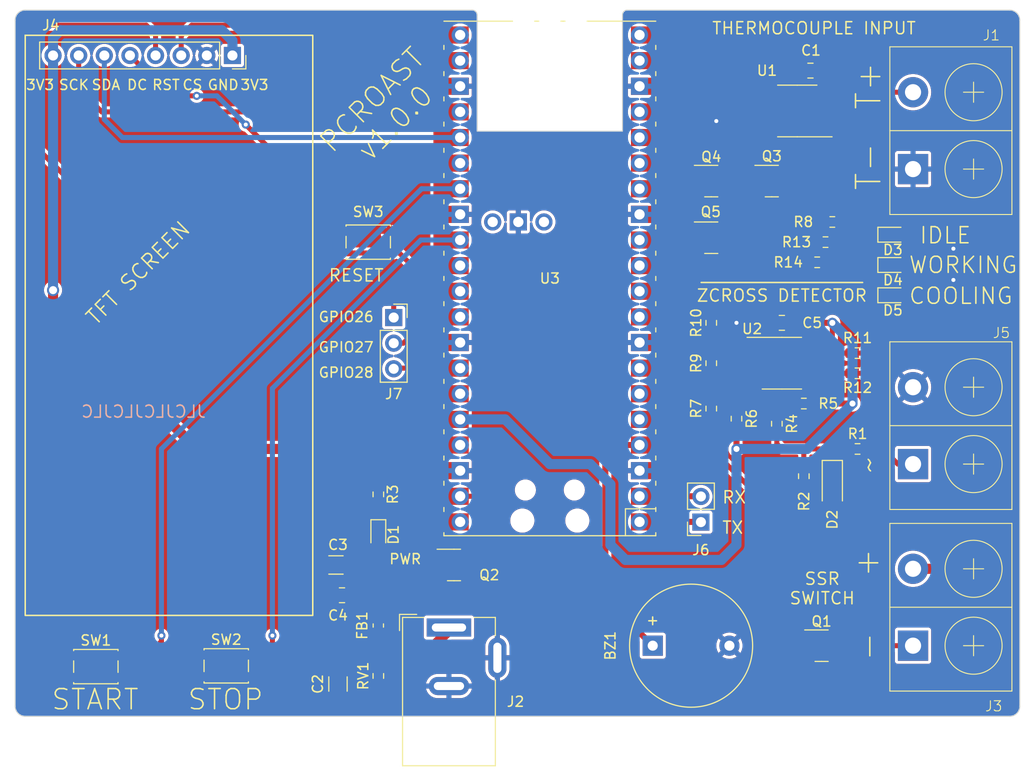
<source format=kicad_pcb>
(kicad_pcb (version 20221018) (generator pcbnew)
  (layers (0 "F.Cu" signal) (1 "In1.Cu" signal) (2 "In2.Cu" signal) (31 "B.Cu" signal) (34 "B.Paste" user) (35 "F.Paste" user) (36 "B.SilkS" user "B.Silkscreen") (37 "F.SilkS" user "F.Silkscreen") (38 "B.Mask" user) (39 "F.Mask" user) (44 "Edge.Cuts" user))
  (net 0 "")
  (net 1 "/BUZZER")
  (net 2 "GND")
  (net 3 "/STOP_BTN")
  (net 4 "+5V")
  (net 5 "/RUN")
  (net 6 "/TX")
  (net 7 "/RX")
  (net 8 "/SPI1_6675_MISO")
  (net 9 "/SPI1_6675_CS")
  (net 10 "/SPI1_6675_SCK")
  (net 11 "/SPI0_TFT_CS")
  (net 12 "/VIN")
  (net 13 "/START_BTN")
  (net 14 "/SPI0_TFT_SCK")
  (net 15 "/SPI0_TFT_MOSI")
  (net 16 "/TFT_DC")
  (net 17 "+3.3V")
  (net 20 "/T+")
  (net 21 "Net-(Q3-D)")
  (net 22 "/VBUS")
  (net 23 "/LED_COOLING")
  (net 24 "/LED_WORKING")
  (net 25 "/LED_IDLE")
  (net 26 "Net-(Q4-D)")
  (net 27 "/SSR_CTRL")
  (net 28 "/SSR_MOSFET_GND")
  (net 29 "VAC")
  (net 30 "/VSYS")
  (net 31 "/ONR")
  (net 32 "/GPIO26")
  (net 33 "/GPIO27")
  (net 34 "/GPIO28")
  (net 35 "/VACATT")
  (net 36 "/DETIN")
  (net 37 "/DETREF")
  (net 38 "/DETOUT")
  (net 39 "/IDLR")
  (net 40 "/NUSED-")
  (net 41 "/NUSED+")
  (net 42 "/WRKR")
  (net 43 "/COLR")
  (net 44 "Net-(Q5-D)")
  (footprint "LED_SMD:LED_0603_1608Metric" (layer "F.Cu") (at 183 74.265)
    (fp_text reference "D3")
    (fp_text value "LED" hide)
  )
  (footprint "Diode_SMD:D_SOD-123" (layer "F.Cu") (at 177 99 -90)
    (fp_text reference "D2")
    (fp_text value "1N5819WS" hide)
  )
  (footprint "Resistor_SMD:R_0603_1608Metric" (layer "F.Cu") (at 177 73 180)
    (fp_text reference "R8")
    (fp_text value "1k" hide)
  )
  (footprint "LED_SMD:LED_0603_1608Metric" (layer "F.Cu") (at 183 80.265)
    (fp_text reference "D5")
    (fp_text value "LED" hide)
  )
  (footprint "Resistor_SMD:R_0603_1608Metric" (layer "F.Cu") (at 132 100 -90)
    (fp_text reference "R3")
    (fp_text value "1k" hide)
  )
  (footprint "Button_Switch_SMD:SW_SPST_PTS810" (layer "F.Cu") (at 116.925 117)
    (fp_text reference "SW2")
    (fp_text value "SW_Push" hide)
  )
  (footprint "Resistor_SMD:R_0603_1608Metric" (layer "F.Cu") (at 179.5 86 180)
    (fp_text reference "R11")
    (fp_text value "10k" hide)
  )
  (footprint "Capacitor_SMD:C_0805_2012Metric" (layer "F.Cu") (at 128.4 110 180)
    (fp_text reference "C4")
    (fp_text value "0.1u" hide)
  )
  (footprint "pcrap:RPi_PicoW_SMD_TH" (layer "F.Cu") (at 149 78.6 180)
    (fp_text reference "U3")
    (fp_text value "PicoW")
  )
  (footprint "Package_TO_SOT_SMD:SOT-23" (layer "F.Cu") (at 171 68.95)
    (fp_text reference "Q3")
    (fp_text value "IRLML2502" hide)
  )
  (footprint "Package_TO_SOT_SMD:SOT-23" (layer "F.Cu") (at 165 74.5625)
    (fp_text reference "Q5")
    (fp_text value "IRLML2502" hide)
  )
  (footprint "pcrap:KF7.62" (layer "F.Cu") (at 185 64.76 90)
    (fp_text reference "J1")
    (fp_text value "Screw_Terminal_01x02" hide)
  )
  (footprint "Capacitor_SMD:C_1206_3216Metric" (layer "F.Cu") (at 127.8 107 180)
    (fp_text reference "C3")
    (fp_text value "1u" hide)
  )
  (footprint "Button_Switch_SMD:SW_SPST_PTS810" (layer "F.Cu") (at 131 75 180)
    (fp_text reference "SW3")
    (fp_text value "SW_Push" hide)
  )
  (footprint "Buzzer_Beeper:Buzzer_12x9.5RM7.6" (layer "F.Cu") (at 159.2 115)
    (fp_text reference "BZ1")
    (fp_text value "Buzzer" hide)
  )
  (footprint "Package_TO_SOT_SMD:SOT-23" (layer "F.Cu") (at 175.9375 115)
    (fp_text reference "Q1")
    (fp_text value "IRLML2502" hide)
  )
  (footprint "Resistor_SMD:R_0603_1608Metric" (layer "F.Cu") (at 165 83 90)
    (fp_text reference "R10")
    (fp_text value "10k" hide)
  )
  (footprint "pcrap:KF7.62" (layer "F.Cu") (at 185 94 90)
    (fp_text reference "J5")
    (fp_text value "Screw_Terminal_01x02")
  )
  (footprint "Resistor_SMD:R_0603_1608Metric" (layer "F.Cu") (at 171.5 93 -90)
    (fp_text reference "R4")
    (fp_text value "6.8k" hide)
  )
  (footprint "pcrap:KF7.62" (layer "F.Cu") (at 185 112 90)
    (fp_text reference "J3")
    (fp_text value "Screw_Terminal_01x02")
  )
  (footprint "Button_Switch_SMD:SW_SPST_PTS810" (layer "F.Cu") (at 104 117.075)
    (fp_text reference "SW1")
    (fp_text value "SW_Push" hide)
  )
  (footprint "Package_TO_SOT_SMD:SOT-23" (layer "F.Cu") (at 139.5 107)
    (fp_text reference "Q2")
    (fp_text value "FDN340P" hide)
  )
  (footprint "Resistor_SMD:R_0603_1608Metric" (layer "F.Cu") (at 175.5 77 180)
    (fp_text reference "R14")
    (fp_text value "1k" hide)
  )
  (footprint "Resistor_SMD:R_0603_1608Metric" (layer "F.Cu") (at 176.325 75 180)
    (fp_text reference "R13")
    (fp_text value "1k" hide)
  )
  (footprint "Resistor_SMD:R_0603_1608Metric" (layer "F.Cu") (at 132 118 -90)
    (fp_text reference "RV1")
    (fp_text value "V55MLA0603LNR" hide)
  )
  (footprint "Connector_PinSocket_2.54mm:PinSocket_1x02_P2.54mm_Vertical" (layer "F.Cu") (at 163.975 102.75 180)
    (fp_text reference "J6")
    (fp_text value "Conn_01x02_Pin" hide)
  )
  (footprint "Resistor_SMD:R_0603_1608Metric" (layer "F.Cu") (at 179.5 88 180)
    (fp_text reference "R12")
    (fp_text value "10k" hide)
  )
  (footprint "Connector_BarrelJack:BarrelJack_Wuerth_6941xx301002" (layer "F.Cu") (at 139 113.2)
    (fp_text reference "J2")
    (fp_text value "Barrel_Jack_Switch" hide)
  )
  (footprint "LED_SMD:LED_0603_1608Metric" (layer "F.Cu") (at 183 77.265)
    (fp_text reference "D4")
    (fp_text value "LED" hide)
  )
  (footprint "Connector_PinSocket_2.54mm:PinSocket_1x03_P2.54mm_Vertical" (layer "F.Cu") (at 133.525 82.475)
    (fp_text reference "J7")
    (fp_text value "Conn_01x03_Pin" hide)
  )
  (footprint "Resistor_SMD:R_0603_1608Metric" (layer "F.Cu") (at 174.175 98.2 90)
    (fp_text reference "R2")
    (fp_text value "2.7k" hide)
  )
  (footprint "Resistor_SMD:R_0603_1608Metric" (layer "F.Cu") (at 165 91.5 -90)
    (fp_text reference "R7")
    (fp_text value "15k" hide)
  )
  (footprint "Resistor_SMD:R_0603_1608Metric" (layer "F.Cu") (at 167.5 92.5 90)
    (fp_text reference "R6")
    (fp_text value "220k" hide)
  )
  (footprint "Resistor_SMD:R_0603_1608Metric" (layer "F.Cu") (at 174.175 91 180)
    (fp_text reference "R5")
    (fp_text value "220k" hide)
  )
  (footprint "Package_SO:SOIC-8_3.9x4.9mm_P1.27mm" (layer "F.Cu") (at 173.525 62 180)
    (fp_text reference "U1")
    (fp_text value "MAX6675" hide)
  )
  (footprint "Capacitor_SMD:C_1206_3216Metric" (layer "F.Cu") (at 128 118.8 -90)
    (fp_text reference "C2")
    (fp_text value "1u" hide)
  )
  (footprint "Capacitor_SMD:C_0805_2012Metric" (layer "F.Cu") (at 172 83 180)
    (fp_text reference "C5")
    (fp_text value "0.1u" hide)
  )
  (footprint "Capacitor_SMD:C_0805_2012Metric" (layer "F.Cu") (at 174.8309 58 180)
    (fp_text reference "C1")
    (fp_text value "0.1u" hide)
  )
  (footprint "Inductor_SMD:L_0603_1608Metric" (layer "F.Cu") (at 132 113 -90)
    (fp_text reference "FB1")
    (fp_text value "220@100MHz" hide)
  )
  (footprint "Resistor_SMD:R_0603_1608Metric" (layer "F.Cu") (at 165 87 -90)
    (fp_text reference "R9")
    (fp_text value "10MEG" hide)
  )
  (footprint "Connector_PinSocket_2.54mm:PinSocket_1x08_P2.54mm_Vertical" (layer "F.Cu") (at 117.54 56.5 -90)
    (fp_text reference "J4")
    (fp_text value "Conn_01x08_Pin")
  )
  (footprint "LED_SMD:LED_0603_1608Metric" (layer "F.Cu") (at 132 104 -90)
    (fp_text reference "D1")
    (fp_text value "LED" hide)
  )
  (footprint "Package_SO:SOIC-8_3.9x4.9mm_P1.27mm" (layer "F.Cu") (at 172 87)
    (fp_text reference "U2")
    (fp_text value "LM393" hide)
  )
  (footprint "Resistor_SMD:R_0603_1608Metric" (layer "F.Cu") (at 179.5 95.5 180)
    (fp_text reference "R1")
    (fp_text value "8.2k" hide)
  )
  (footprint "Package_TO_SOT_SMD:SOT-23" (layer "F.Cu") (at 165 68.95)
    (fp_text reference "Q4")
    (fp_text value "IRLML2502" hide)
  )
  (gr_line (start 164 79) (end 180 79) (stroke (width 0.15)) (layer "F.SilkS"))
  (gr_rect (start 97 54.5) (end 125.5 112) (stroke (width 0.15)) (fill none) (layer "F.SilkS"))
  (gr_line (start 97 52) (end 141.3 52) (stroke (width 0.1)) (layer "Edge.Cuts"))
  (gr_line (start 156.2 52.5) (end 156.2 64) (stroke (width 0.1)) (layer "Edge.Cuts"))
  (gr_line (start 195.5841 53) (end 195.5841 121) (stroke (width 0.1)) (layer "Edge.Cuts"))
  (gr_arc (start 141.3 52) (mid 141.653553 52.146447) (end 141.8 52.5) (stroke (width 0.1)) (layer "Edge.Cuts"))
  (gr_arc (start 96 53) (mid 96.292893 52.292893) (end 97 52) (stroke (width 0.1)) (layer "Edge.Cuts"))
  (gr_line (start 156.653553 52) (end 194.5841 52) (stroke (width 0.1)) (layer "Edge.Cuts"))
  (gr_arc (start 195.5841 121) (mid 195.291207 121.707107) (end 194.5841 122) (stroke (width 0.1)) (layer "Edge.Cuts"))
  (gr_arc (start 156.2 52.5) (mid 156.323231 52.156074) (end 156.653553 52) (stroke (width 0.1)) (layer "Edge.Cuts"))
  (gr_arc (start 194.5841 52) (mid 195.291207 52.292893) (end 195.5841 53) (stroke (width 0.1)) (layer "Edge.Cuts"))
  (gr_arc (start 97 122) (mid 96.292893 121.707107) (end 96 121) (stroke (width 0.1)) (layer "Edge.Cuts"))
  (gr_line (start 156.2 64) (end 141.8 64) (stroke (width 0.1)) (layer "Edge.Cuts"))
  (gr_line (start 141.8 64) (end 141.8 52.5) (stroke (width 0.1)) (layer "Edge.Cuts"))
  (gr_line (start 96 53) (end 96 121) (stroke (width 0.1)) (layer "Edge.Cuts"))
  (gr_line (start 97 122) (end 194.5841 122) (stroke (width 0.1)) (layer "Edge.Cuts"))
  (gr_text "JLCJLCJLCJLC" (at 115 92.5) (layer "B.SilkS") (effects (font (size 1.2 1.2)) (justify left bottom mirror)))
  (gr_text "PWR" (at 133 107) (layer "F.SilkS") (effects (font (size 1 1)) (justify left bottom)))
  (gr_text "-" (at 179.5 113.5 270) (layer "F.SilkS") (effects (font (size 2.4 2.4)) (justify left bottom)))
  (gr_text "T+\n" (at 182 62 90) (layer "F.SilkS") (effects (font (size 2.4 2.4)) (justify left bottom)))
  (gr_text "3V3" (at 118.25 60) (layer "F.SilkS") (effects (font (size 1 1)) (justify left bottom)))
  (gr_text "RESET" (at 127 79) (layer "F.SilkS") (effects (font (size 1.2 1.2)) (justify left bottom)))
  (gr_text "ZCROSS DETECTOR" (at 172 81) (layer "F.SilkS") (effects (font (size 1.2 1.2)) (justify bottom)))
  (gr_text "STOP" (at 113 121.5) (layer "F.SilkS") (effects (font (size 2 2)) (justify left bottom)))
  (gr_text "SDA" (at 103.5 60) (layer "F.SilkS") (effects (font (size 1 1)) (justify left bottom)))
  (gr_text "IDLE" (at 185.55 75.265) (layer "F.SilkS") (effects (font (size 1.6 1.6)) (justify left bottom)))
  (gr_text "+" (at 179 108) (layer "F.SilkS") (effects (font (size 2.4 2.4)) (justify left bottom)))
  (gr_text "CS" (at 112.5 60) (layer "F.SilkS") (effects (font (size 1 1)) (justify left bottom)))
  (gr_text "GPIO26" (at 126 83) (layer "F.SilkS") (effects (font (size 1 1)) (justify left bottom)))
  (gr_text "GPIO28" (at 126 88.515) (layer "F.SilkS") (effects (font (size 1 1)) (justify left bottom)))
  (gr_text "T-\n" (at 182 70 90) (layer "F.SilkS") (effects (font (size 2.4 2.4)) (justify left bottom)))
  (gr_text "~" (at 182 98 90) (layer "F.SilkS") (effects (font (size 2.4 2.4)) (justify left bottom)))
  (gr_text "3V3" (at 97 60) (layer "F.SilkS") (effects (font (size 1 1)) (justify left bottom)))
  (gr_text "RX" (at 166 101) (layer "F.SilkS") (effects (font (size 1.2 1.2)) (justify left bottom)))
  (gr_text "TX" (at 166 104) (layer "F.SilkS") (effects (font (size 1.2 1.2)) (justify left bottom)))
  (gr_text "TFT SCREEN" (at 104 83.5 45) (layer "F.SilkS") (effects (font (size 1.5 1.5)) (justify left bottom)))
  (gr_text "GPIO27" (at 126 86) (layer "F.SilkS") (effects (font (size 1 1)) (justify left bottom)))
  (gr_text "START" (at 99.5 121.5) (layer "F.SilkS") (effects (font (size 2 2)) (justify left bottom)))
  (gr_text "SCK" (at 100.25 60) (layer "F.SilkS") (effects (font (size 1 1)) (justify left bottom)))
  (gr_text "PCROAST\nv1.0.0" (at 134.5 64 45) (layer "F.SilkS") (effects (font (size 2 2)) (justify bottom)))
  (gr_text "COOLING" (at 184.5 81.265) (layer "F.SilkS") (effects (font (size 1.6 1.6)) (justify left bottom)))
  (gr_text "WORKING" (at 184.5 78.2) (layer "F.SilkS") (effects (font (size 1.6 1.6)) (justify left bottom)))
  (gr_text "RST" (at 109.5 60) (layer "F.SilkS") (effects (font (size 1 1)) (justify left bottom)))
  (gr_text "SSR\nSWITCH" (at 176 111) (layer "F.SilkS") (effects (font (size 1.2 1.2)) (justify bottom)))
  (gr_text "THERMOCOUPLE INPUT" (at 165 54.5) (layer "F.SilkS") (effects (font (size 1.2 1.2)) (justify left bottom)))
  (gr_text "GND" (at 115 60) (layer "F.SilkS") (effects (font (size 1 1)) (justify left bottom)))
  (gr_text "DC" (at 107 60) (layer "F.SilkS") (effects (font (size 1 1)) (justify left bottom)))
  (segment (start 154.5 96) (end 154.5 110.3) (width 0.6) (layer "F.Cu") (net 1))
  (segment (start 155.39 95.11) (end 154.5 96) (width 0.6) (layer "F.Cu") (net 1))
  (segment (start 157.89 95.11) (end 155.39 95.11) (width 0.6) (layer "F.Cu") (net 1))
  (segment (start 154.5 110.3) (end 159.2 115) (width 0.6) (layer "F.Cu") (net 1))
  (segment (start 185 67) (end 185 67.76) (width 0.4) (layer "F.Cu") (net 2))
  (segment (start 184.26 67.76) (end 185 67.76) (width 0.4) (layer "F.Cu") (net 2))
  (via (at 165.5 63) (size 0.8) (drill 0.4) (layers "F.Cu" "B.Cu") (net 2))
  (via (at 189 78.75) (size 0.8) (drill 0.4) (layers "F.Cu" "B.Cu") (net 2))
  (via (at 167.5 83) (size 0.8) (drill 0.4) (layers "F.Cu" "B.Cu") (net 2))
  (via (at 189 75.65) (size 0.8) (drill 0.4) (layers "F.Cu" "B.Cu") (net 2))
  (segment (start 121.5 115) (end 121.5 114) (width 0.5) (layer "F.Cu") (net 3))
  (segment (start 119 115.925) (end 120.575 115.925) (width 0.5) (layer "F.Cu") (net 3))
  (segment (start 119 115.925) (end 114.85 115.925) (width 0.5) (layer "F.Cu") (net 3))
  (segment (start 120.575 115.925) (end 121.5 115) (width 0.5) (layer "F.Cu") (net 3))
  (via (at 121.5 114) (size 0.8) (drill 0.4) (layers "F.Cu" "B.Cu") (net 3))
  (segment (start 121.5 89.5) (end 136.21 74.79) (width 0.5) (layer "B.Cu") (net 3))
  (segment (start 136.21 74.79) (end 140.11 74.79) (width 0.5) (layer "B.Cu") (net 3))
  (segment (start 121.5 114) (end 121.5 89.5) (width 0.5) (layer "B.Cu") (net 3))
  (segment (start 177.905 60.095) (end 178.5 59.5) (width 0.5) (layer "F.Cu") (net 4))
  (segment (start 194.265 74.5) (end 194.265 77) (width 1) (layer "F.Cu") (net 4))
  (segment (start 132 111.5) (end 132 111) (width 0.8) (layer "F.Cu") (net 4))
  (segment (start 178.5 58) (end 175.7809 58) (width 1) (layer "F.Cu") (net 4))
  (segment (start 180.5 56) (end 193.265 56) (width 1) (layer "F.Cu") (net 4))
  (segment (start 194.265 80) (end 194.265 80.5) (width 1) (layer "F.Cu") (net 4))
  (segment (start 194.265 118) (end 191.765 120.5) (width 1) (layer "F.Cu") (net 4))
  (segment (start 132 108) (end 132 109.5) (width 0.8) (layer "F.Cu") (net 4))
  (segment (start 194.265 80.5) (end 194.265 83) (width 1) (layer "F.Cu") (net 4))
  (segment (start 132 109.5) (end 132 110.5) (width 0.8) (layer "F.Cu") (net 4))
  (segment (start 154 120.5) (end 144 110.5) (width 1) (layer "F.Cu") (net 4))
  (segment (start 193.885 107.38) (end 194.265 107) (width 1) (layer "F.Cu") (net 4))
  (segment (start 191.765 120.5) (end 154 120.5) (width 1) (layer "F.Cu") (net 4))
  (segment (start 183.7875 80.265) (end 194.235 80.265) (width 0.6) (layer "F.Cu") (net 4))
  (segment (start 194.265 57) (end 194.265 74.5) (width 1) (layer "F.Cu") (net 4))
  (segment (start 132 112.2125) (end 132 111.5) (width 0.8) (layer "F.Cu") (net 4))
  (segment (start 132 104.7875) (end 132 107.5) (width 0.5) (layer "F.Cu") (net 4))
  (segment (start 185 107.38) (end 194.12 107.38) (width 1) (layer "F.Cu") (net 4))
  (segment (start 194 80.265) (end 194.265 80) (width 0.6) (layer "F.Cu") (net 4))
  (segment (start 131.5 107) (end 132 107.5) (width 0.8) (layer "F.Cu") (net 4))
  (segment (start 132 107.5) (end 132 108) (width 0.8) (layer "F.Cu") (net 4))
  (segment (start 194 77.265) (end 194.265 77) (width 0.6) (layer "F.Cu") (net 4))
  (segment (start 183.7875 77.265) (end 194.235 77.265) (width 0.6) (layer "F.Cu") (net 4))
  (segment (start 132.05 107.95) (end 132 108) (width 0.5) (layer "F.Cu") (net 4))
  (segment (start 194.265 92) (end 194.265 93) (width 1) (layer "F.Cu") (net 4))
  (segment (start 193.265 56) (end 194.265 57) (width 1) (layer "F.Cu") (net 4))
  (segment (start 176 60.095) (end 177.905 60.095) (width 0.5) (layer "F.Cu") (net 4))
  (segment (start 183.7875 74.265) (end 194.265 74.265) (width 0.6) (layer "F.Cu") (net 4))
  (segment (start 194.265 93) (end 194.265 107) (width 1) (layer "F.Cu") (net 4))
  (segment (start 144 110.5) (end 132 110.5) (width 1) (layer "F.Cu") (net 4))
  (segment (start 178.5 58) (end 180.5 56) (width 1) (layer "F.Cu") (net 4))
  (segment (start 194.03 80.265) (end 194.265 80.5) (width 0.6) (layer "F.Cu") (net 4))
  (segment (start 138.5625 107.95) (end 132.05 107.95) (width 0.5) (layer "F.Cu") (net 4))
  (segment (start 194.265 107) (end 194.265 118) (width 1) (layer "F.Cu") (net 4))
  (segment (start 132 110.5) (end 132 111) (width 0.8) (layer "F.Cu") (net 4))
  (segment (start 132 111) (end 131 110) (width 0.8) (layer "F.Cu") (net 4))
  (segment (start 178.5 59.5) (end 178.5 58) (width 0.5) (layer "F.Cu") (net 4))
  (segment (start 131 110) (end 129.35 110) (width 0.8) (layer "F.Cu") (net 4))
  (segment (start 129.275 107) (end 131.5 107) (width 0.8) (layer "F.Cu") (net 4))
  (segment (start 194.265 83) (end 194.265 92) (width 1) (layer "F.Cu") (net 4))
  (segment (start 194.265 77) (end 194.265 80) (width 1) (layer "F.Cu") (net 4))
  (segment (start 97 54.5) (end 97 64.5) (width 0.5) (layer "F.Cu") (net 5))
  (segment (start 135.33 77.33) (end 140.11 77.33) (width 0.5) (layer "F.Cu") (net 5))
  (segment (start 109 53.5) (end 98 53.5) (width 0.5) (layer "F.Cu") (net 5))
  (segment (start 134.075 76.075) (end 133.075 76.075) (width 0.5) (layer "F.Cu") (net 5))
  (segment (start 108.575 76.075) (end 128.925 76.075) (width 0.5) (layer "F.Cu") (net 5))
  (segment (start 98 53.5) (end 97 54.5) (width 0.5) (layer "F.Cu") (net 5))
  (segment (start 109.92 54.42) (end 109 53.5) (width 0.5) (layer "F.Cu") (net 5))
  (segment (start 109.92 56.5) (end 109.92 54.42) (width 0.5) (layer "F.Cu") (net 5))
  (segment (start 134.075 76.075) (end 135.33 77.33) (width 0.5) (layer "F.Cu") (net 5))
  (segment (start 128.925 76.075) (end 133.075 76.075) (width 0.5) (layer "F.Cu") (net 5))
  (segment (start 97 64.5) (end 108.575 76.075) (width 0.5) (layer "F.Cu") (net 5))
  (segment (start 163.955 102.73) (end 163.975 102.75) (width 0.6) (layer "F.Cu") (net 6))
  (segment (start 157.89 102.73) (end 163.955 102.73) (width 0.6) (layer "F.Cu") (net 6))
  (segment (start 163.955 100.19) (end 163.975 100.21) (width 0.6) (layer "F.Cu") (net 7))
  (segment (start 157.89 100.19) (end 163.955 100.19) (width 0.6) (layer "F.Cu") (net 7))
  (segment (start 168.865 62.635) (end 166.87 64.63) (width 0.5) (layer "F.Cu") (net 8))
  (segment (start 166.87 64.63) (end 157.89 64.63) (width 0.5) (layer "F.Cu") (net 8))
  (segment (start 171.05 62.635) (end 168.865 62.635) (width 0.5) (layer "F.Cu") (net 8))
  (segment (start 163.41 62.09) (end 157.89 62.09) (width 0.5) (layer "F.Cu") (net 9))
  (segment (start 171.05 61.365) (end 164.135 61.365) (width 0.5) (layer "F.Cu") (net 9))
  (segment (start 164.135 61.365) (end 163.41 62.09) (width 0.5) (layer "F.Cu") (net 9))
  (segment (start 171.05 60.095) (end 166.595 60.095) (width 0.5) (layer "F.Cu") (net 10))
  (segment (start 163.51 57.01) (end 157.89 57.01) (width 0.5) (layer "F.Cu") (net 10))
  (segment (start 166.595 60.095) (end 163.51 57.01) (width 0.5) (layer "F.Cu") (net 10))
  (segment (start 124.51 57.01) (end 121 53.5) (width 0.5) (layer "F.Cu") (net 11))
  (segment (start 140.11 57.01) (end 124.51 57.01) (width 0.5) (layer "F.Cu") (net 11))
  (segment (start 121 53.5) (end 113.5 53.5) (width 0.5) (layer "F.Cu") (net 11))
  (segment (start 112.46 54.54) (end 112.46 56.5) (width 0.5) (layer "F.Cu") (net 11))
  (segment (start 113.5 53.5) (end 112.46 54.54) (width 0.5) (layer "F.Cu") (net 11))
  (segment (start 128 116) (end 128.5 115.5) (width 1) (layer "F.Cu") (net 12))
  (segment (start 137 115.5) (end 132 115.5) (width 1) (layer "F.Cu") (net 12))
  (segment (start 139 113.2) (end 139 113.5) (width 1) (layer "F.Cu") (net 12))
  (segment (start 128.5 115.5) (end 132 115.5) (width 1) (layer "F.Cu") (net 12))
  (segment (start 128 117.325) (end 128 116) (width 1) (layer "F.Cu") (net 12))
  (segment (start 139 113.5) (end 137 115.5) (width 1) (layer "F.Cu") (net 12))
  (segment (start 132 113.7875) (end 132 115.5) (width 0.8) (layer "F.Cu") (net 12))
  (segment (start 132 115.5) (end 132 117.175) (width 0.8) (layer "F.Cu") (net 12))
  (segment (start 110.5 114) (end 110.5 114.575) (width 0.5) (layer "F.Cu") (net 13))
  (segment (start 106.075 116) (end 101.925 116) (width 0.5) (layer "F.Cu") (net 13))
  (segment (start 109.075 116) (end 110.5 114.575) (width 0.5) (layer "F.Cu") (net 13))
  (segment (start 106.075 116) (end 109.075 116) (width 0.5) (layer "F.Cu") (net 13))
  (via (at 110.5 114) (size 0.8) (drill 0.4) (layers "F.Cu" "B.Cu") (net 13))
  (segment (start 136.29 69.71) (end 110.5 95.5) (width 0.5) (layer "B.Cu") (net 13))
  (segment (start 110.5 95.5) (end 110.5 114) (width 0.5) (layer "B.Cu") (net 13))
  (segment (start 140.11 69.71) (end 136.29 69.71) (width 0.5) (layer "B.Cu") (net 13))
  (segment (start 104.59 62.09) (end 140.11 62.09) (width 0.5) (layer "F.Cu") (net 14))
  (segment (start 102.3 56.5) (end 102.3 59.8) (width 0.5) (layer "F.Cu") (net 14))
  (segment (start 102.3 59.8) (end 104.59 62.09) (width 0.5) (layer "F.Cu") (net 14))
  (segment (start 140.11 64.63) (end 106.63 64.63) (width 0.5) (layer "B.Cu") (net 15))
  (segment (start 104.84 62.84) (end 104.84 56.5) (width 0.5) (layer "B.Cu") (net 15))
  (segment (start 106.63 64.63) (end 104.84 62.84) (width 0.5) (layer "B.Cu") (net 15))
  (segment (start 111.38 60.5) (end 114 60.5) (width 0.5) (layer "F.Cu") (net 16))
  (segment (start 107.38 56.5) (end 111.38 60.5) (width 0.5) (layer "F.Cu") (net 16))
  (segment (start 122.67 67.17) (end 140.11 67.17) (width 0.5) (layer "F.Cu") (net 16))
  (segment (start 118.86 63.35) (end 118.86 63.36) (width 0.5) (layer "F.Cu") (net 16))
  (segment (start 118.86 63.36) (end 122.67 67.17) (width 0.5) (layer "F.Cu") (net 16))
  (via (at 118.86 63.35) (size 0.8) (drill 0.4) (layers "F.Cu" "B.Cu") (net 16))
  (via (at 114 60.5) (size 0.8) (drill 0.4) (layers "F.Cu" "B.Cu") (net 16))
  (segment (start 118.85 63.35) (end 116 60.5) (width 0.5) (layer "B.Cu") (net 16))
  (segment (start 116 60.5) (end 114 60.5) (width 0.5) (layer "B.Cu") (net 16))
  (segment (start 118.86 63.35) (end 118.85 63.35) (width 0.5) (layer "B.Cu") (net 16))
  (segment (start 99.76 81.26) (end 99.76 79.76) (width 1) (layer "F.Cu") (net 17))
  (segment (start 133 95.5) (end 114 95.5) (width 1) (layer "F.Cu") (net 17))
  (segment (start 114 95.5) (end 99.76 81.26) (width 1) (layer "F.Cu") (net 17))
  (segment (start 165.5 80.5) (end 165 81) (width 0.6) (layer "F.Cu") (net 17))
  (segment (start 140.11 92.57) (end 135.93 92.57) (width 1) (layer "F.Cu") (net 17))
  (segment (start 175 83) (end 175 82) (width 0.6) (layer "F.Cu") (net 17))
  (segment (start 135.93 92.57) (end 133 95.5) (width 1) (layer "F.Cu") (net 17))
  (segment (start 179 91) (end 175 91) (width 0.6) (layer "F.Cu") (net 17))
  (segment (start 167.5 95.5) (end 167.5 93.325) (width 0.6) (layer "F.Cu") (net 17))
  (segment (start 177 83) (end 175 83) (width 0.6) (layer "F.Cu") (net 17))
  (segment (start 174.475 85.095) (end 176.405 85.095) (width 0.5) (layer "F.Cu") (net 17))
  (segment (start 176.405 85.095) (end 177 84.5) (width 0.5) (layer "F.Cu") (net 17))
  (segment (start 165 81) (end 165 82.175) (width 0.6) (layer "F.Cu") (net 17))
  (segment (start 175 83) (end 172.95 83) (width 0.6) (layer "F.Cu") (net 17))
  (segment (start 175 82) (end 173.5 80.5) (width 0.6) (layer "F.Cu") (net 17))
  (segment (start 173.5 80.5) (end 165.5 80.5) (width 0.6) (layer "F.Cu") (net 17))
  (segment (start 177 83) (end 177 84.5) (width 0.5) (layer "F.Cu") (net 17))
  (via (at 99.76 79.76) (size 1.2) (drill 0.8) (layers "F.Cu" "B.Cu") (net 17))
  (via (at 177 83) (size 1) (drill 0.6) (layers "F.Cu" "B.Cu") (net 17))
  (via (at 179 91) (size 1) (drill 0.6) (layers "F.Cu" "B.Cu") (net 17))
  (via (at 167.5 95.5) (size 1) (drill 0.6) (layers "F.Cu" "B.Cu") (net 17))
  (segment (start 149 97) (end 153 97) (width 1) (layer "B.Cu") (net 17))
  (segment (start 179 85) (end 177 83) (width 1) (layer "B.Cu") (net 17))
  (segment (start 117.54 55.04) (end 117.54 56.5) (width 1) (layer "B.Cu") (net 17))
  (segment (start 99.76 79.76) (end 99.76 56.5) (width 1) (layer "B.Cu") (net 17))
  (segment (start 99.76 54.74) (end 100.5 54) (width 1) (layer "B.Cu") (net 17))
  (segment (start 179 91) (end 179 85) (width 1) (layer "B.Cu") (net 17))
  (segment (start 144.57 92.57) (end 149 97) (width 1) (layer "B.Cu") (net 17))
  (segment (start 99.76 56.5) (end 99.76 54.74) (width 1) (layer "B.Cu") (net 17))
  (segment (start 153 97) (end 155 99) (width 1) (layer "B.Cu") (net 17))
  (segment (start 155 99) (end 155 105) (width 1) (layer "B.Cu") (net 17))
  (segment (start 116.5 54) (end 117.54 55.04) (width 1) (layer "B.Cu") (net 17))
  (segment (start 155 105) (end 156.5 106.5) (width 1) (layer "B.Cu") (net 17))
  (segment (start 156.5 106.5) (end 166 106.5) (width 1) (layer "B.Cu") (net 17))
  (segment (start 167.5 105) (end 167.5 95.5) (width 1) (layer "B.Cu") (net 17))
  (segment (start 174.5 95.5) (end 179 91) (width 1) (layer "B.Cu") (net 17))
  (segment (start 100.5 54) (end 116.5 54) (width 1) (layer "B.Cu") (net 17))
  (segment (start 167.5 95.5) (end 174.5 95.5) (width 1) (layer "B.Cu") (net 17))
  (segment (start 166 106.5) (end 167.5 105) (width 1) (layer "B.Cu") (net 17))
  (segment (start 140.11 92.57) (end 144.57 92.57) (width 1) (layer "B.Cu") (net 17))
  (segment (start 176 61.365) (end 179.135 61.365) (width 0.5) (layer "F.Cu") (net 20))
  (segment (start 179.135 61.365) (end 180.36 60.14) (width 0.5) (layer "F.Cu") (net 20))
  (segment (start 180.36 60.14) (end 185 60.14) (width 0.5) (layer "F.Cu") (net 20))
  (segment (start 174.5 69.5) (end 173.95 68.95) (width 0.5) (layer "F.Cu") (net 21))
  (segment (start 174.5 72.5) (end 174.5 69.5) (width 0.5) (layer "F.Cu") (net 21))
  (segment (start 175 73) (end 174.5 72.5) (width 0.5) (layer "F.Cu") (net 21))
  (segment (start 173.95 68.95) (end 171.9375 68.95) (width 0.5) (layer "F.Cu") (net 21))
  (segment (start 176.175 73) (end 175 73) (width 0.5) (layer "F.Cu") (net 21))
  (segment (start 137.27 102.73) (end 140.11 102.73) (width 0.5) (layer "F.Cu") (net 22))
  (segment (start 137.05 106.05) (end 136.5 105.5) (width 0.5) (layer "F.Cu") (net 22))
  (segment (start 136.5 103.5) (end 137.27 102.73) (width 0.5) (layer "F.Cu") (net 22))
  (segment (start 136.5 105.5) (end 136.5 103.5) (width 0.5) (layer "F.Cu") (net 22))
  (segment (start 138.5625 106.05) (end 137.05 106.05) (width 0.5) (layer "F.Cu") (net 22))
  (segment (start 162.3875 73.6125) (end 164.0625 73.6125) (width 0.5) (layer "F.Cu") (net 23))
  (segment (start 157.89 74.79) (end 161.21 74.79) (width 0.5) (layer "F.Cu") (net 23))
  (segment (start 161.21 74.79) (end 162.3875 73.6125) (width 0.5) (layer "F.Cu") (net 23))
  (segment (start 164.0625 68) (end 162.5 68) (width 0.5) (layer "F.Cu") (net 24))
  (segment (start 160.79 69.71) (end 157.89 69.71) (width 0.5) (layer "F.Cu") (net 24))
  (segment (start 162.5 68) (end 160.79 69.71) (width 0.5) (layer "F.Cu") (net 24))
  (segment (start 157.89 67.17) (end 161.33 67.17) (width 0.5) (layer "F.Cu") (net 25))
  (segment (start 168.5 68) (end 170.0625 68) (width 0.5) (layer "F.Cu") (net 25))
  (segment (start 162 66.5) (end 167 66.5) (width 0.5) (layer "F.Cu") (net 25))
  (segment (start 161.33 67.17) (end 162 66.5) (width 0.5) (layer "F.Cu") (net 25))
  (segment (start 167 66.5) (end 168.5 68) (width 0.5) (layer "F.Cu") (net 25))
  (segment (start 171.5 75) (end 175.5 75) (width 0.5) (layer "F.Cu") (net 26))
  (segment (start 167.45 68.95) (end 168 69.5) (width 0.5) (layer "F.Cu") (net 26))
  (segment (start 168 69.5) (end 168 71.5) (width 0.5) (layer "F.Cu") (net 26))
  (segment (start 165.9375 68.95) (end 167.45 68.95) (width 0.5) (layer "F.Cu") (net 26))
  (segment (start 168 71.5) (end 171.5 75) (width 0.5) (layer "F.Cu") (net 26))
  (segment (start 171 112.5) (end 171 112) (width 0.5) (layer "F.Cu") (net 27))
  (segment (start 157.89 92.57) (end 162.07 92.57) (width 0.5) (layer "F.Cu") (net 27))
  (segment (start 175 114.05) (end 172.55 114.05) (width 0.5) (layer "F.Cu") (net 27))
  (segment (start 162.07 92.57) (end 171 101.5) (width 0.5) (layer "F.Cu") (net 27))
  (segment (start 172.55 114.05) (end 171 112.5) (width 0.5) (layer "F.Cu") (net 27))
  (segment (start 171 101.5) (end 171 112) (width 0.5) (layer "F.Cu") (net 27))
  (segment (start 176.875 115) (end 185 115) (width 0.5) (layer "F.Cu") (net 28))
  (segment (start 180.325 95.5) (end 182 95.5) (width 0.5) (layer "F.Cu") (net 29))
  (segment (start 183.5 97) (end 185 97) (width 0.5) (layer "F.Cu") (net 29))
  (segment (start 182 95.5) (end 183.5 97) (width 0.5) (layer "F.Cu") (net 29))
  (segment (start 142.5 106) (end 141.5 107) (width 0.5) (layer "F.Cu") (net 30))
  (segment (start 140.11 100.19) (end 142.19 100.19) (width 0.5) (layer "F.Cu") (net 30))
  (segment (start 142.19 100.19) (end 142.5 100.5) (width 0.5) (layer "F.Cu") (net 30))
  (segment (start 141.5 107) (end 140.4375 107) (width 0.5) (layer "F.Cu") (net 30))
  (segment (start 142.5 100.5) (end 142.5 106) (width 0.5) (layer "F.Cu") (net 30))
  (segment (start 132 103.2125) (end 132 100.825) (width 0.5) (layer "F.Cu") (net 31))
  (segment (start 133.525 80.975) (end 133.525 82.475) (width 0.5) (layer "F.Cu") (net 32))
  (segment (start 134.63 79.87) (end 133.525 80.975) (width 0.5) (layer "F.Cu") (net 32))
  (segment (start 140.11 79.87) (end 134.63 79.87) (width 0.5) (layer "F.Cu") (net 32))
  (segment (start 137.09 82.41) (end 140.11 82.41) (width 0.5) (layer "F.Cu") (net 33))
  (segment (start 133.525 85.015) (end 134.485 85.015) (width 0.5) (layer "F.Cu") (net 33))
  (segment (start 134.485 85.015) (end 137.09 82.41) (width 0.5) (layer "F.Cu") (net 33))
  (segment (start 140.11 87.49) (end 133.59 87.49) (width 0.5) (layer "F.Cu") (net 34))
  (segment (start 133.59 87.49) (end 133.525 87.555) (width 0.5) (layer "F.Cu") (net 34))
  (segment (start 174 95.5) (end 172 95.5) (width 0.5) (layer "F.Cu") (net 35))
  (segment (start 171.5 93.825) (end 171.5 95) (width 0.5) (layer "F.Cu") (net 35))
  (segment (start 177 95.5) (end 174 95.5) (width 0.5) (layer "F.Cu") (net 35))
  (segment (start 178.675 95.5) (end 177 95.5) (width 0.5) (layer "F.Cu") (net 35))
  (segment (start 177 97.35) (end 177 95.5) (width 0.5) (layer "F.Cu") (net 35))
  (segment (start 174.175 97.375) (end 174.175 95.675) (width 0.5) (layer "F.Cu") (net 35))
  (segment (start 174.175 95.675) (end 174 95.5) (width 0.5) (layer "F.Cu") (net 35))
  (segment (start 171.5 95) (end 172 95.5) (width 0.5) (layer "F.Cu") (net 35))
  (segment (start 171.5 87) (end 170.865 86.365) (width 0.5) (layer "F.Cu") (net 36))
  (segment (start 171.5 90.5) (end 171.5 87) (width 0.5) (layer "F.Cu") (net 36))
  (segment (start 173.35 91) (end 172 91) (width 0.5) (layer "F.Cu") (net 36))
  (segment (start 172 91) (end 171.5 90.5) (width 0.5) (layer "F.Cu") (net 36))
  (segment (start 171.5 92.175) (end 171.5 90.5) (width 0.5) (layer "F.Cu") (net 36))
  (segment (start 170.865 86.365) (end 169.525 86.365) (width 0.5) (layer "F.Cu") (net 36))
  (segment (start 169.525 87.635) (end 167.365 87.635) (width 0.5) (layer "F.Cu") (net 37))
  (segment (start 166.5 88.5) (end 166.5 89.5) (width 0.5) (layer "F.Cu") (net 37))
  (segment (start 165 89.5) (end 165 90.675) (width 0.5) (layer "F.Cu") (net 37))
  (segment (start 167.5 90.5) (end 166.5 89.5) (width 0.5) (layer "F.Cu") (net 37))
  (segment (start 167.5 91.675) (end 167.5 90.5) (width 0.5) (layer "F.Cu") (net 37))
  (segment (start 165 87.825) (end 165 89.5) (width 0.5) (layer "F.Cu") (net 37))
  (segment (start 167.365 87.635) (end 166.5 88.5) (width 0.5) (layer "F.Cu") (net 37))
  (segment (start 166.5 89.5) (end 165 89.5) (width 0.5) (layer "F.Cu") (net 37))
  (segment (start 165 85) (end 165 86.175) (width 0.5) (layer "F.Cu") (net 38))
  (segment (start 165 83.825) (end 165 85) (width 0.5) (layer "F.Cu") (net 38))
  (segment (start 161.41 82.41) (end 164.095 85.095) (width 0.5) (layer "F.Cu") (net 38))
  (segment (start 165.095 85.095) (end 165 85) (width 0.5) (layer "F.Cu") (net 38))
  (segment (start 169.525 85.095) (end 165.095 85.095) (width 0.5) (layer "F.Cu") (net 38))
  (segment (start 164.095 85.095) (end 165.095 85.095) (width 0.5) (layer "F.Cu") (net 38))
  (segment (start 157.89 82.41) (end 161.41 82.41) (width 0.5) (layer "F.Cu") (net 38))
  (segment (start 179.5 73) (end 178 73) (width 0.6) (layer "F.Cu") (net 39))
  (segment (start 181.7625 74.265) (end 180.765 74.265) (width 0.6) (layer "F.Cu") (net 39))
  (segment (start 180.765 74.265) (end 179.5 73) (width 0.6) (layer "F.Cu") (net 39))
  (segment (start 178.675 86) (end 177.5 86) (width 0.5) (layer "F.Cu") (net 40))
  (segment (start 177.5 86) (end 175.865 87.635) (width 0.5) (layer "F.Cu") (net 40))
  (segment (start 175.865 87.635) (end 174.475 87.635) (width 0.5) (layer "F.Cu") (net 40))
  (segment (start 176.595 88.905) (end 174.475 88.905) (width 0.5) (layer "F.Cu") (net 41))
  (segment (start 178.675 88) (end 177.5 88) (width 0.5) (layer "F.Cu") (net 41))
  (segment (start 177.5 88) (end 176.595 88.905) (width 0.5) (layer "F.Cu") (net 41))
  (segment (start 180.765 77.265) (end 178.5 75) (width 0.6) (layer "F.Cu") (net 42))
  (segment (start 182.2125 77.265) (end 180.765 77.265) (width 0.6) (layer "F.Cu") (net 42))
  (segment (start 178.5 75) (end 177.15 75) (width 0.6) (layer "F.Cu") (net 42))
  (segment (start 180.765 80.265) (end 177.5 77) (width 0.6) (layer "F.Cu") (net 43))
  (segment (start 182.2125 80.265) (end 180.765 80.265) (width 0.6) (layer "F.Cu") (net 43))
  (segment (start 177.5 77) (end 176.325 77) (width 0.6) (layer "F.Cu") (net 43))
  (segment (start 174.675 77) (end 171 77) (width 0.5) (layer "F.Cu") (net 44))
  (segment (start 168.5625 74.5625) (end 165.9375 74.5625) (width 0.5) (layer "F.Cu") (net 44))
  (segment (start 171 77) (end 168.5625 74.5625) (width 0.5) (layer "F.Cu") (net 44))
  (zone (net 2) (net_name "GND") (layers "F.Cu" "In1.Cu" "In2.Cu" "B.Cu") (connect_pads (clearance 0.3)) (min_thickness 0.25) (fill yes (thermal_gap 0.3) (thermal_bridge_width 0.5))
    (polygon (pts (xy 94.5 51.5) (xy 196 51) (xy 196 123) (xy 94.5 123.5)))
  )
)
</source>
